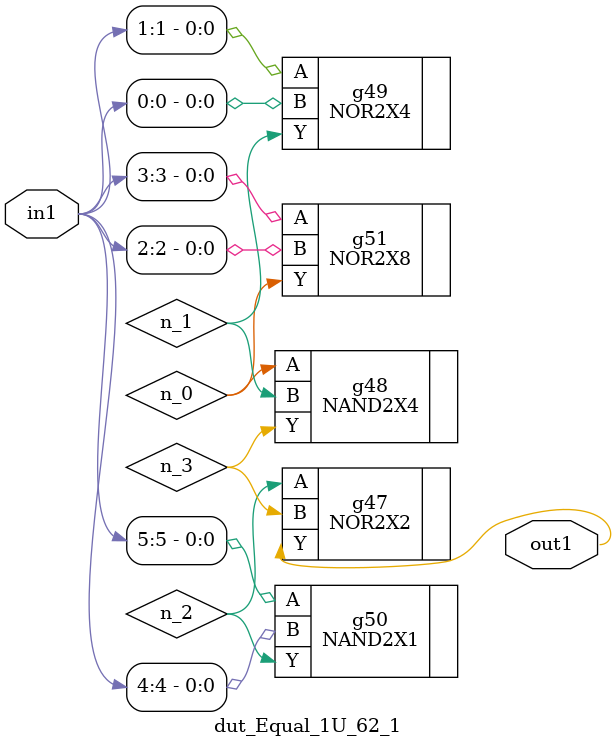
<source format=v>
`timescale 1ps / 1ps


module dut_Equal_1U_62_1(in1, out1);
  input [5:0] in1;
  output out1;
  wire [5:0] in1;
  wire out1;
  wire n_0, n_1, n_2, n_3;
  NOR2X2 g47(.A (n_2), .B (n_3), .Y (out1));
  NAND2X4 g48(.A (n_0), .B (n_1), .Y (n_3));
  NAND2X1 g50(.A (in1[5]), .B (in1[4]), .Y (n_2));
  NOR2X4 g49(.A (in1[1]), .B (in1[0]), .Y (n_1));
  NOR2X8 g51(.A (in1[3]), .B (in1[2]), .Y (n_0));
endmodule



</source>
